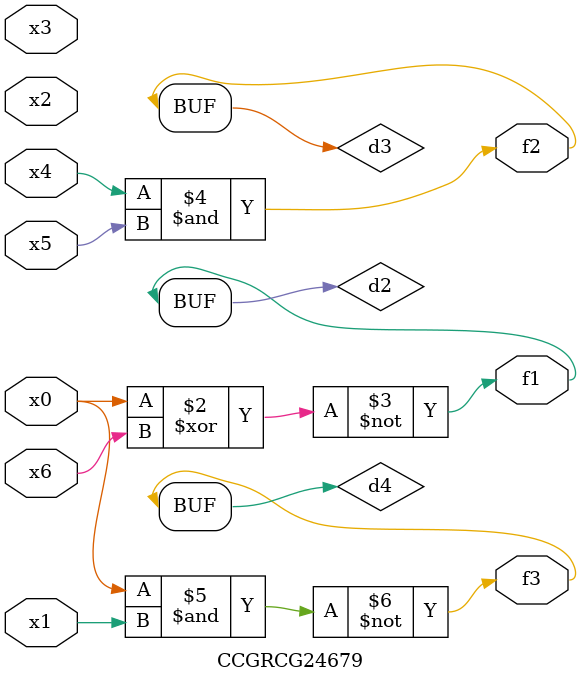
<source format=v>
module CCGRCG24679(
	input x0, x1, x2, x3, x4, x5, x6,
	output f1, f2, f3
);

	wire d1, d2, d3, d4;

	nor (d1, x0);
	xnor (d2, x0, x6);
	and (d3, x4, x5);
	nand (d4, x0, x1);
	assign f1 = d2;
	assign f2 = d3;
	assign f3 = d4;
endmodule

</source>
